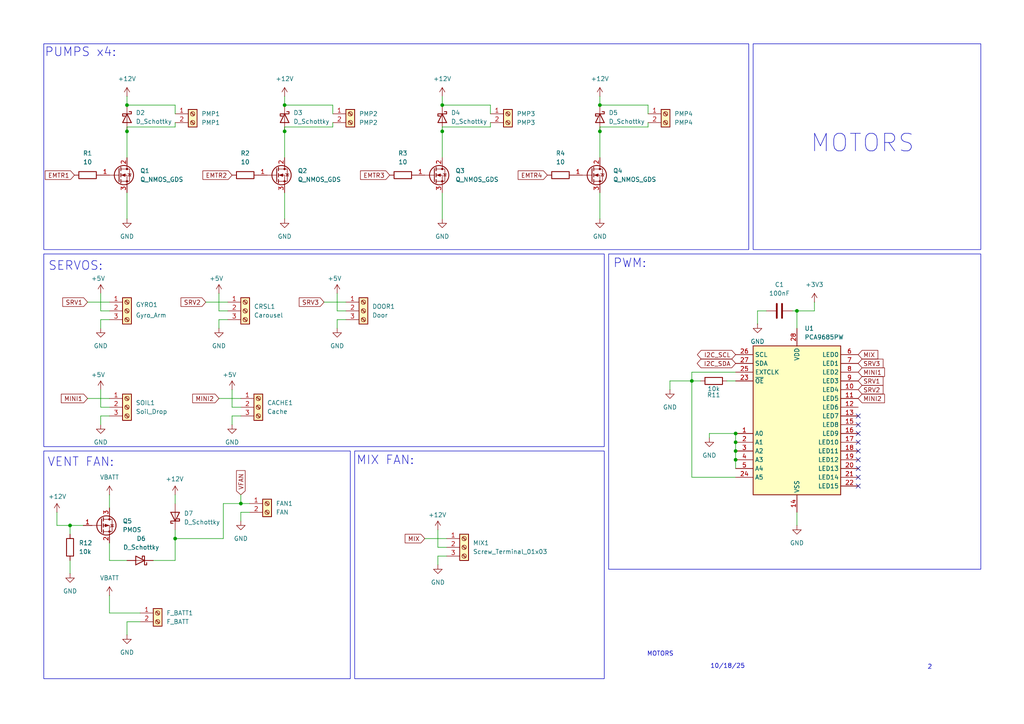
<source format=kicad_sch>
(kicad_sch (version 20231120) (generator "eeschema") (generator_version "8.0")
  (paper "A4")
  (lib_symbols
    (symbol "Connector:Screw_Terminal_01x02" (pin_names (offset 1.016) hide)
      (property "Reference" "J" (at 0 2.54 0))
      (property "Value" "Screw_Terminal_01x02" (at 0 -5.08 0))
      (symbol "Screw_Terminal_01x02_1_1"
        (rectangle (start -1.27 1.27) (end 1.27 -3.81) (stroke (width 0.254)) (fill (type background)))
        (circle (center 0 -2.54) (radius 0.635) (stroke (width 0.1524)))
        (polyline (pts (xy -0.5334 -2.2098) (xy 0.3302 -3.048)) (stroke (width 0.1524)))
        (polyline (pts (xy -0.5334 0.3302) (xy 0.3302 -0.508)) (stroke (width 0.1524)))
        (polyline (pts (xy -0.3556 -2.032) (xy 0.508 -2.8702)) (stroke (width 0.1524)))
        (polyline (pts (xy -0.3556 0.508) (xy 0.508 -0.3302)) (stroke (width 0.1524)))
        (circle (center 0 0) (radius 0.635) (stroke (width 0.1524)))
        (pin passive line (at -5.08 0 0) (length 3.81) (name "Pin_1") (number "1"))
        (pin passive line (at -5.08 -2.54 0) (length 3.81) (name "Pin_2") (number "2"))
      )
    )
    (symbol "Connector:Screw_Terminal_01x03" (pin_names (offset 1.016) hide)
      (property "Reference" "J" (at 0 5.08 0))
      (property "Value" "Screw_Terminal_01x03" (at 0 -5.08 0))
      (symbol "Screw_Terminal_01x03_1_1"
        (rectangle (start -1.27 3.81) (end 1.27 -3.81) (stroke (width 0.254)) (fill (type background)))
        (circle (center 0 -2.54) (radius 0.635) (stroke (width 0.1524)))
        (polyline (pts (xy -0.5334 -2.2098) (xy 0.3302 -3.048)) (stroke (width 0.1524)))
        (polyline (pts (xy -0.5334 0.3302) (xy 0.3302 -0.508)) (stroke (width 0.1524)))
        (polyline (pts (xy -0.5334 2.8702) (xy 0.3302 2.032)) (stroke (width 0.1524)))
        (polyline (pts (xy -0.3556 -2.032) (xy 0.508 -2.8702)) (stroke (width 0.1524)))
        (polyline (pts (xy -0.3556 0.508) (xy 0.508 -0.3302)) (stroke (width 0.1524)))
        (polyline (pts (xy -0.3556 3.048) (xy 0.508 2.2098)) (stroke (width 0.1524)))
        (circle (center 0 0) (radius 0.635) (stroke (width 0.1524)))
        (circle (center 0 2.54) (radius 0.635) (stroke (width 0.1524)))
        (pin passive line (at -5.08 2.54 0) (length 3.81) (name "Pin_1") (number "1"))
        (pin passive line (at -5.08 0 0) (length 3.81) (name "Pin_2") (number "2"))
        (pin passive line (at -5.08 -2.54 0) (length 3.81) (name "Pin_3") (number "3"))
      )
    )
    (symbol "Device:C" (pin_numbers hide) (pin_names (offset 0.254))
      (property "Reference" "C" (at 0.635 2.54 0))
      (property "Value" "C" (at 0.635 -2.54 0))
      (symbol "C_0_1"
        (polyline (pts (xy -2.032 -0.762) (xy 2.032 -0.762)) (stroke (width 0.508)))
        (polyline (pts (xy -2.032 0.762) (xy 2.032 0.762)) (stroke (width 0.508)))
      )
      (symbol "C_1_1"
        (pin passive line (at 0 3.81 270) (length 2.794) (name "~") (number "1"))
        (pin passive line (at 0 -3.81 90) (length 2.794) (name "~") (number "2"))
      )
    )
    (symbol "Device:D_Schottky" (pin_numbers hide) (pin_names (offset 1.016) hide)
      (property "Reference" "D" (at 0 2.54 0))
      (property "Value" "D_Schottky" (at 0 -2.54 0))
      (symbol "D_Schottky_0_1"
        (polyline (pts (xy 1.27 0) (xy -1.27 0)))
        (polyline (pts (xy 1.27 1.27) (xy 1.27 -1.27) (xy -1.27 0) (xy 1.27 1.27)) (stroke (width 0.254)))
        (polyline (pts (xy -1.905 0.635) (xy -1.905 1.27) (xy -1.27 1.27) (xy -1.27 -1.27) (xy -0.635 -1.27) (xy -0.635 -0.635)) (stroke (width 0.254)))
      )
      (symbol "D_Schottky_1_1"
        (pin passive line (at -3.81 0 0) (length 2.54) (name "K") (number "1"))
        (pin passive line (at 3.81 0 180) (length 2.54) (name "A") (number "2"))
      )
    )
    (symbol "Device:Q_NMOS_GDS" (pin_names (offset 0) hide)
      (property "Reference" "Q" (at 5.08 1.27 0))
      (property "Value" "Q_NMOS_GDS" (at 5.08 -1.27 0))
      (symbol "Q_NMOS_GDS_0_1"
        (polyline (pts (xy 0.254 0) (xy -2.54 0)))
        (polyline (pts (xy 0.254 1.905) (xy 0.254 -1.905)) (stroke (width 0.254)))
        (polyline (pts (xy 0.762 -1.27) (xy 0.762 -2.286)) (stroke (width 0.254)))
        (polyline (pts (xy 0.762 0.508) (xy 0.762 -0.508)) (stroke (width 0.254)))
        (polyline (pts (xy 0.762 2.286) (xy 0.762 1.27)) (stroke (width 0.254)))
        (polyline (pts (xy 2.54 2.54) (xy 2.54 1.778)))
        (polyline (pts (xy 2.54 -2.54) (xy 2.54 0) (xy 0.762 0)))
        (polyline (pts (xy 0.762 -1.778) (xy 3.302 -1.778) (xy 3.302 1.778) (xy 0.762 1.778)))
        (polyline (pts (xy 1.016 0) (xy 2.032 0.381) (xy 2.032 -0.381) (xy 1.016 0)) (fill (type outline)))
        (polyline (pts (xy 2.794 0.508) (xy 2.921 0.381) (xy 3.683 0.381) (xy 3.81 0.254)))
        (polyline (pts (xy 3.302 0.381) (xy 2.921 -0.254) (xy 3.683 -0.254) (xy 3.302 0.381)))
        (circle (center 1.651 0) (radius 2.794) (stroke (width 0.254)))
        (circle (center 2.54 -1.778) (radius 0.254) (fill (type outline)))
        (circle (center 2.54 1.778) (radius 0.254) (fill (type outline)))
      )
      (symbol "Q_NMOS_GDS_1_1"
        (pin input line (at -5.08 0 0) (length 2.54) (name "G") (number "1"))
        (pin passive line (at 2.54 5.08 270) (length 2.54) (name "D") (number "2"))
        (pin passive line (at 2.54 -5.08 90) (length 2.54) (name "S") (number "3"))
      )
    )
    (symbol "Device:Q_PMOS_GSD" (pin_names (offset 0) hide)
      (property "Reference" "Q" (at 5.08 1.27 0))
      (property "Value" "Q_PMOS_GSD" (at 5.08 -1.27 0))
      (symbol "Q_PMOS_GSD_0_1"
        (polyline (pts (xy 0.254 0) (xy -2.54 0)))
        (polyline (pts (xy 0.254 1.905) (xy 0.254 -1.905)) (stroke (width 0.254)))
        (polyline (pts (xy 0.762 -1.27) (xy 0.762 -2.286)) (stroke (width 0.254)))
        (polyline (pts (xy 0.762 0.508) (xy 0.762 -0.508)) (stroke (width 0.254)))
        (polyline (pts (xy 0.762 2.286) (xy 0.762 1.27)) (stroke (width 0.254)))
        (polyline (pts (xy 2.54 2.54) (xy 2.54 1.778)))
        (polyline (pts (xy 2.54 -2.54) (xy 2.54 0) (xy 0.762 0)))
        (polyline (pts (xy 0.762 1.778) (xy 3.302 1.778) (xy 3.302 -1.778) (xy 0.762 -1.778)))
        (polyline (pts (xy 2.286 0) (xy 1.27 0.381) (xy 1.27 -0.381) (xy 2.286 0)) (fill (type outline)))
        (polyline (pts (xy 2.794 -0.508) (xy 2.921 -0.381) (xy 3.683 -0.381) (xy 3.81 -0.254)))
        (polyline (pts (xy 3.302 -0.381) (xy 2.921 0.254) (xy 3.683 0.254) (xy 3.302 -0.381)))
        (circle (center 1.651 0) (radius 2.794) (stroke (width 0.254)))
        (circle (center 2.54 -1.778) (radius 0.254) (fill (type outline)))
        (circle (center 2.54 1.778) (radius 0.254) (fill (type outline)))
      )
      (symbol "Q_PMOS_GSD_1_1"
        (pin input line (at -5.08 0 0) (length 2.54) (name "G") (number "1"))
        (pin passive line (at 2.54 -5.08 90) (length 2.54) (name "S") (number "2"))
        (pin passive line (at 2.54 5.08 270) (length 2.54) (name "D") (number "3"))
      )
    )
    (symbol "Device:R" (pin_numbers hide) (pin_names (offset 0))
      (property "Reference" "R" (at 2.032 0 90))
      (property "Value" "R" (at 0 0 90))
      (symbol "R_0_1"
        (rectangle (start -1.016 -2.54) (end 1.016 2.54) (stroke (width 0.254)))
      )
      (symbol "R_1_1"
        (pin passive line (at 0 3.81 270) (length 1.27) (name "~") (number "1"))
        (pin passive line (at 0 -3.81 90) (length 1.27) (name "~") (number "2"))
      )
    )
    (symbol "Driver_LED:PCA9685PW"
      (property "Reference" "U" (at -12.7 22.225 0))
      (property "Value" "PCA9685PW" (at 1.27 22.225 0))
      (symbol "PCA9685PW_0_1"
        (rectangle (start -12.7 20.32) (end 12.7 -22.86) (stroke (width 0.254)) (fill (type background)))
      )
      (symbol "PCA9685PW_1_1"
        (pin input line (at -17.78 -5.08 0) (length 5.08) (name "A0") (number "1"))
        (pin output line (at 17.78 7.62 180) (length 5.08) (name "LED4") (number "10"))
        (pin output line (at 17.78 5.08 180) (length 5.08) (name "LED5") (number "11"))
        (pin output line (at 17.78 2.54 180) (length 5.08) (name "LED6") (number "12"))
        (pin output line (at 17.78 0 180) (length 5.08) (name "LED7") (number "13"))
        (pin power_in line (at 0 -27.94 90) (length 5.08) (name "VSS") (number "14"))
        (pin output line (at 17.78 -2.54 180) (length 5.08) (name "LED8") (number "15"))
        (pin output line (at 17.78 -5.08 180) (length 5.08) (name "LED9") (number "16"))
        (pin output line (at 17.78 -7.62 180) (length 5.08) (name "LED10") (number "17"))
        (pin output line (at 17.78 -10.16 180) (length 5.08) (name "LED11") (number "18"))
        (pin output line (at 17.78 -12.7 180) (length 5.08) (name "LED12") (number "19"))
        (pin input line (at -17.78 -7.62 0) (length 5.08) (name "A1") (number "2"))
        (pin output line (at 17.78 -15.24 180) (length 5.08) (name "LED13") (number "20"))
        (pin output line (at 17.78 -17.78 180) (length 5.08) (name "LED14") (number "21"))
        (pin output line (at 17.78 -20.32 180) (length 5.08) (name "LED15") (number "22"))
        (pin input line (at -17.78 10.16 0) (length 5.08) (name "~{OE}") (number "23"))
        (pin input line (at -17.78 -17.78 0) (length 5.08) (name "A5") (number "24"))
        (pin input line (at -17.78 12.7 0) (length 5.08) (name "EXTCLK") (number "25"))
        (pin input line (at -17.78 17.78 0) (length 5.08) (name "SCL") (number "26"))
        (pin bidirectional line (at -17.78 15.24 0) (length 5.08) (name "SDA") (number "27"))
        (pin power_in line (at 0 25.4 270) (length 5.08) (name "VDD") (number "28"))
        (pin input line (at -17.78 -10.16 0) (length 5.08) (name "A2") (number "3"))
        (pin input line (at -17.78 -12.7 0) (length 5.08) (name "A3") (number "4"))
        (pin input line (at -17.78 -15.24 0) (length 5.08) (name "A4") (number "5"))
        (pin output line (at 17.78 17.78 180) (length 5.08) (name "LED0") (number "6"))
        (pin output line (at 17.78 15.24 180) (length 5.08) (name "LED1") (number "7"))
        (pin output line (at 17.78 12.7 180) (length 5.08) (name "LED2") (number "8"))
        (pin output line (at 17.78 10.16 180) (length 5.08) (name "LED3") (number "9"))
      )
    )
    (symbol "power:+24V" (power) (pin_numbers hide) (pin_names (offset 0) hide)
      (property "Value" "+24V" (at 0 3.556 0))
      (symbol "+24V_0_1"
        (polyline (pts (xy -0.762 1.27) (xy 0 2.54)))
        (polyline (pts (xy 0 0) (xy 0 2.54)))
        (polyline (pts (xy 0 2.54) (xy 0.762 1.27)))
      )
      (symbol "+24V_1_1"
        (pin power_in line (at 0 0 90) (length 0) (name "~") (number "1"))
      )
    )
    (symbol "power:+3.3V" (power) (pin_numbers hide) (pin_names (offset 0) hide)
      (property "Value" "+3.3V" (at 0 3.556 0))
      (symbol "+3.3V_0_1"
        (polyline (pts (xy -0.762 1.27) (xy 0 2.54)))
        (polyline (pts (xy 0 0) (xy 0 2.54)))
        (polyline (pts (xy 0 2.54) (xy 0.762 1.27)))
      )
      (symbol "+3.3V_1_1"
        (pin power_in line (at 0 0 90) (length 0) (name "~") (number "1"))
      )
    )
    (symbol "power:GND" (power) (pin_numbers hide) (pin_names (offset 0) hide)
      (property "Value" "GND" (at 0 -3.81 0))
      (symbol "GND_0_1"
        (polyline (pts (xy 0 0) (xy 0 -1.27) (xy 1.27 -1.27) (xy 0 -2.54) (xy -1.27 -1.27) (xy 0 -1.27)))
      )
      (symbol "GND_1_1"
        (pin power_in line (at 0 0 270) (length 0) (name "~") (number "1"))
      )
    )
    (symbol "power:VCC" (power) (pin_numbers hide) (pin_names (offset 0) hide)
      (property "Value" "VCC" (at 0 3.556 0))
      (symbol "VCC_0_1"
        (polyline (pts (xy -0.762 1.27) (xy 0 2.54)))
        (polyline (pts (xy 0 0) (xy 0 2.54)))
        (polyline (pts (xy 0 2.54) (xy 0.762 1.27)))
      )
      (symbol "VCC_1_1"
        (pin power_in line (at 0 0 90) (length 0) (name "~") (number "1"))
      )
    )
  )
  (junction (at 128.27 30.48))
  (junction (at 231.14 90.17))
  (junction (at 213.36 128.27))
  (junction (at 213.36 133.35))
  (junction (at 213.36 130.81))
  (junction (at 20.32 152.4))
  (junction (at 213.36 125.73))
  (junction (at 36.83 38.1))
  (junction (at 200.66 110.49))
  (junction (at 82.55 30.48))
  (junction (at 173.99 38.1))
  (junction (at 36.83 30.48))
  (junction (at 173.99 30.48))
  (junction (at 50.8 156.21))
  (junction (at 82.55 38.1))
  (junction (at 69.85 146.05))
  (junction (at 128.27 38.1))
  (no_connect (at 248.92 140.97))
  (no_connect (at 248.92 133.35))
  (no_connect (at 248.92 128.27))
  (no_connect (at 248.92 125.73))
  (no_connect (at 248.92 120.65))
  (no_connect (at 248.92 123.19))
  (no_connect (at 248.92 135.89))
  (no_connect (at 248.92 130.81))
  (no_connect (at 248.92 138.43))
  (wire (pts (xy 173.99 27.94) (xy 173.99 30.48)))
  (wire (pts (xy 20.32 162.56) (xy 20.32 166.37)))
  (wire (pts (xy 100.33 92.71) (xy 97.79 92.71)))
  (wire (pts (xy 213.36 135.89) (xy 213.36 133.35)))
  (wire (pts (xy 173.99 36.83) (xy 187.96 36.83)))
  (wire (pts (xy 213.36 125.73) (xy 205.74 125.73)))
  (wire (pts (xy 173.99 55.88) (xy 173.99 63.5)))
  (wire (pts (xy 82.55 55.88) (xy 82.55 63.5)))
  (wire (pts (xy 128.27 36.83) (xy 128.27 38.1)))
  (wire (pts (xy 29.21 113.03) (xy 29.21 118.11)))
  (wire (pts (xy 82.55 36.83) (xy 82.55 38.1)))
  (wire (pts (xy 50.8 30.48) (xy 50.8 33.02)))
  (wire (pts (xy 127 153.67) (xy 127 158.75)))
  (wire (pts (xy 36.83 55.88) (xy 36.83 63.5)))
  (wire (pts (xy 20.32 152.4) (xy 20.32 154.94)))
  (wire (pts (xy 63.5 115.57) (xy 69.85 115.57)))
  (wire (pts (xy 31.75 162.56) (xy 36.83 162.56)))
  (wire (pts (xy 29.21 92.71) (xy 29.21 95.25)))
  (wire (pts (xy 127 158.75) (xy 129.54 158.75)))
  (wire (pts (xy 222.25 90.17) (xy 219.71 90.17)))
  (wire (pts (xy 200.66 110.49) (xy 194.31 110.49)))
  (wire (pts (xy 200.66 138.43) (xy 200.66 110.49)))
  (wire (pts (xy 36.83 27.94) (xy 36.83 30.48)))
  (wire (pts (xy 67.31 118.11) (xy 69.85 118.11)))
  (wire (pts (xy 67.31 120.65) (xy 67.31 123.19)))
  (wire (pts (xy 36.83 180.34) (xy 36.83 184.15)))
  (wire (pts (xy 200.66 107.95) (xy 213.36 107.95)))
  (wire (pts (xy 29.21 90.17) (xy 31.75 90.17)))
  (wire (pts (xy 213.36 130.81) (xy 213.36 128.27)))
  (wire (pts (xy 194.31 110.49) (xy 194.31 113.03)))
  (wire (pts (xy 36.83 36.83) (xy 50.8 36.83)))
  (wire (pts (xy 50.8 36.83) (xy 50.8 35.56)))
  (wire (pts (xy 31.75 120.65) (xy 29.21 120.65)))
  (wire (pts (xy 96.52 30.48) (xy 96.52 33.02)))
  (wire (pts (xy 96.52 36.83) (xy 96.52 35.56)))
  (wire (pts (xy 69.85 148.59) (xy 69.85 151.13)))
  (wire (pts (xy 31.75 92.71) (xy 29.21 92.71)))
  (wire (pts (xy 25.4 115.57) (xy 31.75 115.57)))
  (wire (pts (xy 50.8 156.21) (xy 50.8 153.67)))
  (wire (pts (xy 64.77 156.21) (xy 64.77 146.05)))
  (wire (pts (xy 236.22 90.17) (xy 231.14 90.17)))
  (wire (pts (xy 67.31 113.03) (xy 67.31 118.11)))
  (wire (pts (xy 213.36 138.43) (xy 200.66 138.43)))
  (wire (pts (xy 231.14 90.17) (xy 231.14 95.25)))
  (wire (pts (xy 97.79 92.71) (xy 97.79 95.25)))
  (wire (pts (xy 219.71 90.17) (xy 219.71 93.98)))
  (wire (pts (xy 50.8 143.51) (xy 50.8 146.05)))
  (wire (pts (xy 200.66 110.49) (xy 203.2 110.49)))
  (wire (pts (xy 82.55 27.94) (xy 82.55 30.48)))
  (wire (pts (xy 25.4 87.63) (xy 31.75 87.63)))
  (wire (pts (xy 128.27 36.83) (xy 142.24 36.83)))
  (wire (pts (xy 31.75 177.8) (xy 31.75 172.72)))
  (wire (pts (xy 50.8 156.21) (xy 64.77 156.21)))
  (wire (pts (xy 29.21 120.65) (xy 29.21 123.19)))
  (wire (pts (xy 97.79 90.17) (xy 100.33 90.17)))
  (wire (pts (xy 142.24 36.83) (xy 142.24 35.56)))
  (wire (pts (xy 50.8 30.48) (xy 36.83 30.48)))
  (wire (pts (xy 213.36 128.27) (xy 213.36 125.73)))
  (wire (pts (xy 128.27 27.94) (xy 128.27 30.48)))
  (wire (pts (xy 69.85 120.65) (xy 67.31 120.65)))
  (wire (pts (xy 97.79 85.09) (xy 97.79 90.17)))
  (wire (pts (xy 59.69 87.63) (xy 66.04 87.63)))
  (wire (pts (xy 36.83 38.1) (xy 36.83 45.72)))
  (wire (pts (xy 231.14 152.4) (xy 231.14 148.59)))
  (wire (pts (xy 127 161.29) (xy 127 163.83)))
  (wire (pts (xy 31.75 157.48) (xy 31.75 162.56)))
  (wire (pts (xy 96.52 30.48) (xy 82.55 30.48)))
  (wire (pts (xy 187.96 36.83) (xy 187.96 35.56)))
  (wire (pts (xy 82.55 36.83) (xy 96.52 36.83)))
  (wire (pts (xy 29.21 85.09) (xy 29.21 90.17)))
  (wire (pts (xy 129.54 161.29) (xy 127 161.29)))
  (wire (pts (xy 231.14 90.17) (xy 229.87 90.17)))
  (wire (pts (xy 142.24 30.48) (xy 142.24 33.02)))
  (wire (pts (xy 93.98 87.63) (xy 100.33 87.63)))
  (wire (pts (xy 205.74 125.73) (xy 205.74 127)))
  (wire (pts (xy 123.19 156.21) (xy 129.54 156.21)))
  (wire (pts (xy 31.75 143.51) (xy 31.75 147.32)))
  (wire (pts (xy 236.22 87.63) (xy 236.22 90.17)))
  (wire (pts (xy 187.96 30.48) (xy 173.99 30.48)))
  (wire (pts (xy 64.77 146.05) (xy 69.85 146.05)))
  (wire (pts (xy 63.5 85.09) (xy 63.5 90.17)))
  (wire (pts (xy 16.51 152.4) (xy 16.51 148.59)))
  (wire (pts (xy 24.13 152.4) (xy 20.32 152.4)))
  (wire (pts (xy 200.66 110.49) (xy 200.66 107.95)))
  (wire (pts (xy 29.21 118.11) (xy 31.75 118.11)))
  (wire (pts (xy 210.82 110.49) (xy 213.36 110.49)))
  (wire (pts (xy 69.85 146.05) (xy 72.39 146.05)))
  (wire (pts (xy 44.45 162.56) (xy 50.8 162.56)))
  (wire (pts (xy 128.27 38.1) (xy 128.27 45.72)))
  (wire (pts (xy 173.99 36.83) (xy 173.99 38.1)))
  (wire (pts (xy 142.24 30.48) (xy 128.27 30.48)))
  (wire (pts (xy 36.83 180.34) (xy 40.64 180.34)))
  (wire (pts (xy 82.55 38.1) (xy 82.55 45.72)))
  (wire (pts (xy 63.5 92.71) (xy 63.5 95.25)))
  (wire (pts (xy 31.75 177.8) (xy 40.64 177.8)))
  (wire (pts (xy 69.85 143.51) (xy 69.85 146.05)))
  (wire (pts (xy 187.96 30.48) (xy 187.96 33.02)))
  (wire (pts (xy 20.32 152.4) (xy 16.51 152.4)))
  (wire (pts (xy 50.8 162.56) (xy 50.8 156.21)))
  (wire (pts (xy 213.36 133.35) (xy 213.36 130.81)))
  (wire (pts (xy 72.39 148.59) (xy 69.85 148.59)))
  (wire (pts (xy 66.04 92.71) (xy 63.5 92.71)))
  (wire (pts (xy 173.99 38.1) (xy 173.99 45.72)))
  (wire (pts (xy 63.5 90.17) (xy 66.04 90.17)))
  (wire (pts (xy 128.27 55.88) (xy 128.27 63.5)))
  (wire (pts (xy 36.83 36.83) (xy 36.83 38.1)))
  (rectangle (start 12.7 12.7) (end 217.17 72.39))
  (rectangle (start 218.44 12.7) (end 284.48 72.39))
  (rectangle (start 12.7 130.81) (end 101.6 196.85))
  (rectangle (start 12.7 73.66) (end 175.26 129.54))
  (rectangle (start 176.53 73.66) (end 284.48 165.1))
  (rectangle (start 102.87 130.81) (end 175.26 196.85))
  (text "MOTORS" (at 234.95 41.656 0) (effects (font (size 5.08 5.08)) (justify left)))
  (text "2\n" (at 268.986 193.548 0) (effects (font (size 1.27 1.27)) (justify left)))
  (text "MOTORS" (at 191.516 189.738 0) (effects (font (size 1.27 1.27))))
  (text "SERVOS:" (at 13.97 77.216 0) (effects (font (size 2.54 2.54)) (justify left)))
  (text "PWM:" (at 177.8 76.454 0) (effects (font (size 2.54 2.54)) (justify left)))
  (text "VENT FAN:" (at 13.716 134.112 0) (effects (font (size 2.54 2.54)) (justify left)))
  (text "PUMPS x4:\n\n" (at 23.368 17.272 0) (effects (font (size 2.54 2.54))))
  (text "10/18/25\n" (at 205.994 193.294 0) (effects (font (size 1.27 1.27)) (justify left)))
  (text "MIX FAN:\n\n" (at 111.76 135.636 0) (effects (font (size 2.54 2.54))))
  (global_label "I2C_SDA" (shape bidirectional) (at 213.36 105.41 180) (property "Intersheetrefs" "${INTERSHEET_REFS}" (effects (hide yes))))
  (global_label "MIX" (shape input) (at 123.19 156.21 180) (property "Intersheetrefs" "${INTERSHEET_REFS}" (effects (hide yes))))
  (global_label "EMTR1" (shape input) (at 21.59 50.8 180) (property "Intersheetrefs" "${INTERSHEET_REFS}" (effects (hide yes))))
  (global_label "SRV3" (shape input) (at 248.92 105.41 0) (property "Intersheetrefs" "${INTERSHEET_REFS}" (effects (hide yes))))
  (global_label "SRV3" (shape input) (at 93.98 87.63 180) (property "Intersheetrefs" "${INTERSHEET_REFS}" (effects (hide yes))))
  (global_label "MIX" (shape input) (at 248.92 102.87 0) (property "Intersheetrefs" "${INTERSHEET_REFS}" (effects (hide yes))))
  (global_label "EMTR2" (shape input) (at 67.31 50.8 180) (property "Intersheetrefs" "${INTERSHEET_REFS}" (effects (hide yes))))
  (global_label "MINI2" (shape input) (at 248.92 115.57 0) (property "Intersheetrefs" "${INTERSHEET_REFS}" (effects (hide yes))))
  (global_label "EMTR3" (shape input) (at 113.03 50.8 180) (property "Intersheetrefs" "${INTERSHEET_REFS}" (effects (hide yes))))
  (global_label "SRV2" (shape input) (at 248.92 113.03 0) (property "Intersheetrefs" "${INTERSHEET_REFS}" (effects (hide yes))))
  (global_label "I2C_SCL" (shape bidirectional) (at 213.36 102.87 180) (property "Intersheetrefs" "${INTERSHEET_REFS}" (effects (hide yes))))
  (global_label "MINI1" (shape input) (at 248.92 107.95 0) (property "Intersheetrefs" "${INTERSHEET_REFS}" (effects (hide yes))))
  (global_label "SRV1" (shape input) (at 25.4 87.63 180) (property "Intersheetrefs" "${INTERSHEET_REFS}" (effects (hide yes))))
  (global_label "MINI1" (shape input) (at 25.4 115.57 180) (property "Intersheetrefs" "${INTERSHEET_REFS}" (effects (hide yes))))
  (global_label "EMTR4" (shape input) (at 158.75 50.8 180) (property "Intersheetrefs" "${INTERSHEET_REFS}" (effects (hide yes))))
  (global_label "VFAN" (shape input) (at 69.85 143.51 90) (property "Intersheetrefs" "${INTERSHEET_REFS}" (effects (hide yes))))
  (global_label "SRV1" (shape input) (at 248.92 110.49 0) (property "Intersheetrefs" "${INTERSHEET_REFS}" (effects (hide yes))))
  (global_label "MINI2" (shape input) (at 63.5 115.57 180) (property "Intersheetrefs" "${INTERSHEET_REFS}" (effects (hide yes))))
  (global_label "SRV2" (shape input) (at 59.69 87.63 180) (property "Intersheetrefs" "${INTERSHEET_REFS}" (effects (hide yes))))
  (symbol (lib_id "Connector:Screw_Terminal_01x03") (at 134.62 158.75 0) (unit 1)
    (property "Reference" "MIX1" (at 137.16 157.4799 0) (effects (justify left)))
    (property "Value" "Screw_Terminal_01x03" (at 137.16 160.0199 0) (effects (justify left)))
    (property "Footprint" "TerminalBlock:TerminalBlock_Xinya_XY308-2.54-3P_1x03_P2.54mm_Horizontal" (effects (hide yes)))
    (property "Description" "Generic screw terminal, single row, 01x03, script generated (kicad-library-utils/schlib/autogen/connector/)" (effects (hide yes)))
  )
  (symbol (lib_id "power:GND") (at 63.5 95.25 0) (unit 1)
    (property "Reference" "#PWR030" (effects (hide yes)))
    (property "Value" "GND" (at 63.5 100.33 0))
    (property "Description" "Power symbol creates a global label with name \"GND\" , ground" (effects (hide yes)))
  )
  (symbol (lib_id "Device:R") (at 162.56 50.8 90) (unit 1)
    (property "Reference" "R4" (at 162.56 44.45 90))
    (property "Value" "10" (at 162.56 46.99 90))
    (property "Footprint" "Resistor_SMD:R_0603_1608Metric" (effects (hide yes)))
    (property "Description" "Resistor" (effects (hide yes)))
  )
  (symbol (lib_id "power:+3.3V") (at 82.55 27.94 0) (unit 1)
    (property "Reference" "#PWR015" (effects (hide yes)))
    (property "Value" "+12V" (at 82.55 22.86 0))
    (property "Description" "Power symbol creates a global label with name \"+3.3V\"" (effects (hide yes)))
  )
  (symbol (lib_id "Connector:Screw_Terminal_01x02") (at 45.72 177.8 0) (unit 1)
    (property "Reference" "F_BATT1" (at 48.26 177.7999 0) (effects (justify left)))
    (property "Value" "F_BATT" (at 48.26 180.3399 0) (effects (justify left)))
    (property "Footprint" "SJSU_common:Pluggable_Terminal_2.54mm_2P_Horizontal" (effects (hide yes)))
    (property "Description" "Generic screw terminal, single row, 01x02, script generated (kicad-library-utils/schlib/autogen/connector/)" (effects (hide yes)))
  )
  (symbol (lib_id "Device:D_Schottky") (at 40.64 162.56 180) (unit 1)
    (property "Reference" "D6" (at 40.9575 156.21 0))
    (property "Value" "D_Schottky" (at 40.9575 158.75 0))
    (property "Footprint" "Diode_SMD:D_SMA" (effects (hide yes)))
    (property "Description" "Schottky diode" (effects (hide yes)))
  )
  (symbol (lib_id "Device:D_Schottky") (at 173.99 34.29 270) (unit 1)
    (property "Reference" "D5" (at 176.53 32.7024 90) (effects (justify left)))
    (property "Value" "D_Schottky" (at 176.53 35.2424 90) (effects (justify left)))
    (property "Footprint" "Diode_SMD:D_SMA" (effects (hide yes)))
    (property "Description" "Schottky diode" (effects (hide yes)))
  )
  (symbol (lib_id "Device:R") (at 71.12 50.8 90) (unit 1)
    (property "Reference" "R2" (at 71.12 44.45 90))
    (property "Value" "10" (at 71.12 46.99 90))
    (property "Footprint" "Resistor_SMD:R_0603_1608Metric" (effects (hide yes)))
    (property "Description" "Resistor" (effects (hide yes)))
  )
  (symbol (lib_id "Connector:Screw_Terminal_01x03") (at 105.41 90.17 0) (unit 1)
    (property "Reference" "DOOR1" (at 107.95 88.8999 0) (effects (justify left)))
    (property "Value" "Door" (at 107.95 91.4399 0) (effects (justify left)))
    (property "Footprint" "TerminalBlock:TerminalBlock_Xinya_XY308-2.54-3P_1x03_P2.54mm_Horizontal" (effects (hide yes)))
    (property "Description" "Generic screw terminal, single row, 01x03, script generated (kicad-library-utils/schlib/autogen/connector/)" (effects (hide yes)))
  )
  (symbol (lib_id "power:VCC") (at 31.75 143.51 0) (unit 1)
    (property "Reference" "#PWR048" (effects (hide yes)))
    (property "Value" "VBATT" (at 31.75 138.43 0))
    (property "Description" "Power symbol creates a global label with name \"VCC\"" (effects (hide yes)))
  )
  (symbol (lib_id "Device:Q_NMOS_GDS") (at 125.73 50.8 0) (unit 1)
    (property "Reference" "Q3" (at 132.08 49.5299 0) (effects (justify left)))
    (property "Value" "Q_NMOS_GDS" (at 132.08 52.0699 0) (effects (justify left)))
    (property "Footprint" "Package_TO_SOT_SMD:TO-252-2" (effects (hide yes)))
    (property "Description" "N-MOSFET transistor, gate/drain/source" (effects (hide yes)))
  )
  (symbol (lib_id "Device:D_Schottky") (at 50.8 149.86 90) (unit 1)
    (property "Reference" "D7" (at 53.34 148.9074 90) (effects (justify right)))
    (property "Value" "D_Schottky" (at 53.34 151.4474 90) (effects (justify right)))
    (property "Footprint" "Diode_SMD:D_SMA" (effects (hide yes)))
    (property "Description" "Schottky diode" (effects (hide yes)))
  )
  (symbol (lib_id "Device:Q_PMOS_GSD") (at 29.21 152.4 0) (unit 1)
    (property "Reference" "Q5" (at 35.56 151.1299 0) (effects (justify left)))
    (property "Value" "PMOS" (at 35.56 153.6699 0) (effects (justify left)))
    (property "Footprint" "Package_TO_SOT_SMD:SOT-23" (effects (hide yes)))
    (property "Description" "P-MOSFET transistor, gate/source/drain" (effects (hide yes)))
    (property "Sim.Device" "PMOS" (effects (hide yes)))
    (property "Sim.Type" "VDMOS" (effects (hide yes)))
    (property "Sim.Pins" "1=D 2=G 3=S" (effects (hide yes)))
  )
  (symbol (lib_id "power:+3.3V") (at 128.27 27.94 0) (unit 1)
    (property "Reference" "#PWR017" (effects (hide yes)))
    (property "Value" "+12V" (at 128.27 22.86 0))
    (property "Description" "Power symbol creates a global label with name \"+3.3V\"" (effects (hide yes)))
  )
  (symbol (lib_id "power:+24V") (at 67.31 113.03 0) (unit 1)
    (property "Reference" "#PWR035" (effects (hide yes)))
    (property "Value" "+5V" (at 64.516 108.712 0) (effects (justify left)))
    (property "Description" "Power symbol creates a global label with name \"+24V\"" (effects (hide yes)))
  )
  (symbol (lib_id "Device:Q_NMOS_GDS") (at 171.45 50.8 0) (unit 1)
    (property "Reference" "Q4" (at 177.8 49.5299 0) (effects (justify left)))
    (property "Value" "Q_NMOS_GDS" (at 177.8 52.0699 0) (effects (justify left)))
    (property "Footprint" "Package_TO_SOT_SMD:TO-252-2" (effects (hide yes)))
    (property "Description" "N-MOSFET transistor, gate/drain/source" (effects (hide yes)))
  )
  (symbol (lib_id "power:GND") (at 173.99 63.5 0) (unit 1)
    (property "Reference" "#PWR020" (effects (hide yes)))
    (property "Value" "GND" (at 173.99 68.58 0))
    (property "Description" "Power symbol creates a global label with name \"GND\" , ground" (effects (hide yes)))
  )
  (symbol (lib_id "Device:D_Schottky") (at 128.27 34.29 270) (unit 1)
    (property "Reference" "D4" (at 130.81 32.7024 90) (effects (justify left)))
    (property "Value" "D_Schottky" (at 130.81 35.2424 90) (effects (justify left)))
    (property "Footprint" "Diode_SMD:D_SMA" (effects (hide yes)))
    (property "Description" "Schottky diode" (effects (hide yes)))
  )
  (symbol (lib_id "Connector:Screw_Terminal_01x03") (at 36.83 118.11 0) (unit 1)
    (property "Reference" "SOIL1" (at 39.37 116.8399 0) (effects (justify left)))
    (property "Value" "Soil_Drop" (at 39.37 119.3799 0) (effects (justify left)))
    (property "Footprint" "TerminalBlock:TerminalBlock_Xinya_XY308-2.54-3P_1x03_P2.54mm_Horizontal" (effects (hide yes)))
    (property "Description" "Generic screw terminal, single row, 01x03, script generated (kicad-library-utils/schlib/autogen/connector/)" (effects (hide yes)))
  )
  (symbol (lib_id "power:GND") (at 231.14 152.4 0) (unit 1)
    (property "Reference" "#PWR053" (effects (hide yes)))
    (property "Value" "GND" (at 231.14 157.48 0))
    (property "Description" "Power symbol creates a global label with name \"GND\" , ground" (effects (hide yes)))
  )
  (symbol (lib_id "power:GND") (at 219.71 93.98 0) (unit 1)
    (property "Reference" "#PWR050" (effects (hide yes)))
    (property "Value" "GND" (at 219.71 99.06 0))
    (property "Description" "Power symbol creates a global label with name \"GND\" , ground" (effects (hide yes)))
  )
  (symbol (lib_id "power:+24V") (at 50.8 143.51 0) (unit 1)
    (property "Reference" "#PWR057" (effects (hide yes)))
    (property "Value" "+12V" (at 48.006 138.938 0) (effects (justify left)))
    (property "Description" "Power symbol creates a global label with name \"+24V\"" (effects (hide yes)))
  )
  (symbol (lib_id "Device:D_Schottky") (at 82.55 34.29 270) (unit 1)
    (property "Reference" "D3" (at 85.09 32.7024 90) (effects (justify left)))
    (property "Value" "D_Schottky" (at 85.09 35.2424 90) (effects (justify left)))
    (property "Footprint" "Diode_SMD:D_SMA" (effects (hide yes)))
    (property "Description" "Schottky diode" (effects (hide yes)))
  )
  (symbol (lib_id "power:+24V") (at 127 153.67 0) (unit 1)
    (property "Reference" "#PWR024" (effects (hide yes)))
    (property "Value" "+12V" (at 124.206 149.352 0) (effects (justify left)))
    (property "Description" "Power symbol creates a global label with name \"+24V\"" (effects (hide yes)))
  )
  (symbol (lib_id "power:+24V") (at 97.79 85.09 0) (unit 1)
    (property "Reference" "#PWR045" (effects (hide yes)))
    (property "Value" "+5V" (at 94.996 80.772 0) (effects (justify left)))
    (property "Description" "Power symbol creates a global label with name \"+24V\"" (effects (hide yes)))
  )
  (symbol (lib_id "Device:R") (at 207.01 110.49 90) (unit 1)
    (property "Reference" "R11" (at 207.01 114.554 90))
    (property "Value" "10k" (at 207.01 112.776 90))
    (property "Footprint" "Resistor_SMD:R_0603_1608Metric" (effects (hide yes)))
    (property "Description" "Resistor" (effects (hide yes)))
  )
  (symbol (lib_id "power:GND") (at 29.21 95.25 0) (unit 1)
    (property "Reference" "#PWR026" (effects (hide yes)))
    (property "Value" "GND" (at 29.21 100.33 0))
    (property "Description" "Power symbol creates a global label with name \"GND\" , ground" (effects (hide yes)))
  )
  (symbol (lib_id "power:GND") (at 205.74 127 0) (unit 1)
    (property "Reference" "#PWR049" (effects (hide yes)))
    (property "Value" "GND" (at 205.74 132.08 0))
    (property "Description" "Power symbol creates a global label with name \"GND\" , ground" (effects (hide yes)))
  )
  (symbol (lib_id "power:GND") (at 36.83 63.5 0) (unit 1)
    (property "Reference" "#PWR09" (effects (hide yes)))
    (property "Value" "GND" (at 36.83 68.58 0))
    (property "Description" "Power symbol creates a global label with name \"GND\" , ground" (effects (hide yes)))
  )
  (symbol (lib_id "power:GND") (at 194.31 113.03 0) (unit 1)
    (property "Reference" "#PWR047" (effects (hide yes)))
    (property "Value" "GND" (at 194.31 118.11 0))
    (property "Description" "Power symbol creates a global label with name \"GND\" , ground" (effects (hide yes)))
  )
  (symbol (lib_id "Device:Q_NMOS_GDS") (at 34.29 50.8 0) (unit 1)
    (property "Reference" "Q1" (at 40.64 49.5299 0) (effects (justify left)))
    (property "Value" "Q_NMOS_GDS" (at 40.64 52.0699 0) (effects (justify left)))
    (property "Footprint" "Package_TO_SOT_SMD:TO-252-2" (effects (hide yes)))
    (property "Description" "N-MOSFET transistor, gate/drain/source" (effects (hide yes)))
  )
  (symbol (lib_id "Connector:Screw_Terminal_01x03") (at 74.93 118.11 0) (unit 1)
    (property "Reference" "CACHE1" (at 77.47 116.8399 0) (effects (justify left)))
    (property "Value" "Cache" (at 77.47 119.3799 0) (effects (justify left)))
    (property "Footprint" "TerminalBlock:TerminalBlock_Xinya_XY308-2.54-3P_1x03_P2.54mm_Horizontal" (effects (hide yes)))
    (property "Description" "Generic screw terminal, single row, 01x03, script generated (kicad-library-utils/schlib/autogen/connector/)" (effects (hide yes)))
  )
  (symbol (lib_id "Device:R") (at 116.84 50.8 90) (unit 1)
    (property "Reference" "R3" (at 116.84 44.45 90))
    (property "Value" "10" (at 116.84 46.99 90))
    (property "Footprint" "Resistor_SMD:R_0603_1608Metric" (effects (hide yes)))
    (property "Description" "Resistor" (effects (hide yes)))
  )
  (symbol (lib_id "Device:Q_NMOS_GDS") (at 80.01 50.8 0) (unit 1)
    (property "Reference" "Q2" (at 86.36 49.5299 0) (effects (justify left)))
    (property "Value" "Q_NMOS_GDS" (at 86.36 52.0699 0) (effects (justify left)))
    (property "Footprint" "Package_TO_SOT_SMD:TO-252-2" (effects (hide yes)))
    (property "Description" "N-MOSFET transistor, gate/drain/source" (effects (hide yes)))
  )
  (symbol (lib_id "power:GND") (at 69.85 151.13 0) (unit 1)
    (property "Reference" "#PWR058" (effects (hide yes)))
    (property "Value" "GND" (at 69.85 156.21 0))
    (property "Description" "Power symbol creates a global label with name \"GND\" , ground" (effects (hide yes)))
  )
  (symbol (lib_id "Connector:Screw_Terminal_01x02") (at 77.47 146.05 0) (unit 1)
    (property "Reference" "FAN1" (at 80.01 146.0499 0) (effects (justify left)))
    (property "Value" "FAN" (at 80.01 148.5899 0) (effects (justify left)))
    (property "Footprint" "SJSU_common:Pluggable_Terminal_2.54mm_2P_Horizontal" (effects (hide yes)))
    (property "Description" "Generic screw terminal, single row, 01x02, script generated (kicad-library-utils/schlib/autogen/connector/)" (effects (hide yes)))
  )
  (symbol (lib_id "Driver_LED:PCA9685PW") (at 231.14 120.65 0) (unit 1)
    (property "Reference" "U1" (at 233.3341 95.25 0) (effects (justify left)))
    (property "Value" "PCA9685PW" (at 233.3341 97.79 0) (effects (justify left)))
    (property "Footprint" "Package_SO:TSSOP-28_4.4x9.7mm_P0.65mm" (effects (hide yes)))
    (property "Datasheet" "http://www.nxp.com/docs/en/data-sheet/PCA9685.pdf" (effects (hide yes)))
    (property "Description" "16-channel 12-bit PWM Fm+ I2C-bus LED controller RGBA TSSOP" (effects (hide yes)))
  )
  (symbol (lib_id "Device:R") (at 25.4 50.8 90) (unit 1)
    (property "Reference" "R1" (at 25.4 44.45 90))
    (property "Value" "10" (at 25.4 46.99 90))
    (property "Footprint" "Resistor_SMD:R_0603_1608Metric" (effects (hide yes)))
    (property "Description" "Resistor" (effects (hide yes)))
  )
  (symbol (lib_id "Connector:Screw_Terminal_01x03") (at 71.12 90.17 0) (unit 1)
    (property "Reference" "CRSL1" (at 73.66 88.8999 0) (effects (justify left)))
    (property "Value" "Carousel" (at 73.66 91.4399 0) (effects (justify left)))
    (property "Footprint" "TerminalBlock:TerminalBlock_Xinya_XY308-2.54-3P_1x03_P2.54mm_Horizontal" (effects (hide yes)))
    (property "Description" "Generic screw terminal, single row, 01x03, script generated (kicad-library-utils/schlib/autogen/connector/)" (effects (hide yes)))
  )
  (symbol (lib_id "power:+3.3V") (at 236.22 87.63 0) (unit 1)
    (property "Reference" "#PWR054" (effects (hide yes)))
    (property "Value" "+3V3" (at 236.22 82.55 0))
    (property "Description" "Power symbol creates a global label with name \"+3.3V\"" (effects (hide yes)))
  )
  (symbol (lib_id "Device:D_Schottky") (at 36.83 34.29 270) (unit 1)
    (property "Reference" "D2" (at 39.37 32.7024 90) (effects (justify left)))
    (property "Value" "D_Schottky" (at 39.37 35.2424 90) (effects (justify left)))
    (property "Footprint" "Diode_SMD:D_SMA" (effects (hide yes)))
    (property "Description" "Schottky diode" (effects (hide yes)))
  )
  (symbol (lib_id "Connector:Screw_Terminal_01x03") (at 36.83 90.17 0) (unit 1)
    (property "Reference" "GYRO1" (at 39.37 88.392 0) (effects (justify left)))
    (property "Value" "Gyro_Arm" (at 39.37 91.4399 0) (effects (justify left)))
    (property "Footprint" "TerminalBlock:TerminalBlock_Xinya_XY308-2.54-3P_1x03_P2.54mm_Horizontal" (effects (hide yes)))
    (property "Description" "Generic screw terminal, single row, 01x03, script generated (kicad-library-utils/schlib/autogen/connector/)" (effects (hide yes)))
  )
  (symbol (lib_id "power:GND") (at 36.83 184.15 0) (unit 1)
    (property "Reference" "#PWR056" (effects (hide yes)))
    (property "Value" "GND" (at 36.83 189.23 0))
    (property "Description" "Power symbol creates a global label with name \"GND\" , ground" (effects (hide yes)))
  )
  (symbol (lib_id "Connector:Screw_Terminal_01x02") (at 147.32 33.02 0) (unit 1)
    (property "Reference" "PMP3" (at 149.86 33.0199 0) (effects (justify left)))
    (property "Value" "PMP3" (at 149.86 35.5599 0) (effects (justify left)))
    (property "Footprint" "SJSU_common:Pluggable_Terminal_2.54mm_2P_Horizontal" (effects (hide yes)))
    (property "Description" "Generic screw terminal, single row, 01x02, script generated (kicad-library-utils/schlib/autogen/connector/)" (effects (hide yes)))
  )
  (symbol (lib_id "power:GND") (at 127 163.83 0) (unit 1)
    (property "Reference" "#PWR069" (effects (hide yes)))
    (property "Value" "GND" (at 127 168.91 0))
    (property "Description" "Power symbol creates a global label with name \"GND\" , ground" (effects (hide yes)))
  )
  (symbol (lib_id "power:GND") (at 128.27 63.5 0) (unit 1)
    (property "Reference" "#PWR018" (effects (hide yes)))
    (property "Value" "GND" (at 128.27 68.58 0))
    (property "Description" "Power symbol creates a global label with name \"GND\" , ground" (effects (hide yes)))
  )
  (symbol (lib_id "power:+24V") (at 16.51 148.59 0) (unit 1)
    (property "Reference" "#PWR012" (effects (hide yes)))
    (property "Value" "+12V" (at 13.97 144.018 0) (effects (justify left)))
    (property "Description" "Power symbol creates a global label with name \"+24V\"" (effects (hide yes)))
  )
  (symbol (lib_id "power:+3.3V") (at 173.99 27.94 0) (unit 1)
    (property "Reference" "#PWR019" (effects (hide yes)))
    (property "Value" "+12V" (at 173.99 22.86 0))
    (property "Description" "Power symbol creates a global label with name \"+3.3V\"" (effects (hide yes)))
  )
  (symbol (lib_id "Connector:Screw_Terminal_01x02") (at 193.04 33.02 0) (unit 1)
    (property "Reference" "PMP4" (at 195.58 33.0199 0) (effects (justify left)))
    (property "Value" "PMP4" (at 195.58 35.5599 0) (effects (justify left)))
    (property "Footprint" "SJSU_common:Pluggable_Terminal_2.54mm_2P_Horizontal" (effects (hide yes)))
    (property "Description" "Generic screw terminal, single row, 01x02, script generated (kicad-library-utils/schlib/autogen/connector/)" (effects (hide yes)))
  )
  (symbol (lib_id "power:VCC") (at 31.75 172.72 0) (unit 1)
    (property "Reference" "#PWR055" (effects (hide yes)))
    (property "Value" "VBATT" (at 31.75 167.64 0))
    (property "Description" "Power symbol creates a global label with name \"VCC\"" (effects (hide yes)))
  )
  (symbol (lib_id "power:GND") (at 97.79 95.25 0) (unit 1)
    (property "Reference" "#PWR046" (effects (hide yes)))
    (property "Value" "GND" (at 97.79 100.33 0))
    (property "Description" "Power symbol creates a global label with name \"GND\" , ground" (effects (hide yes)))
  )
  (symbol (lib_id "power:+24V") (at 63.5 85.09 0) (unit 1)
    (property "Reference" "#PWR029" (effects (hide yes)))
    (property "Value" "+5V" (at 60.706 80.772 0) (effects (justify left)))
    (property "Description" "Power symbol creates a global label with name \"+24V\"" (effects (hide yes)))
  )
  (symbol (lib_id "power:+24V") (at 29.21 85.09 0) (unit 1)
    (property "Reference" "#PWR025" (effects (hide yes)))
    (property "Value" "+5V" (at 26.416 80.772 0) (effects (justify left)))
    (property "Description" "Power symbol creates a global label with name \"+24V\"" (effects (hide yes)))
  )
  (symbol (lib_id "Device:R") (at 20.32 158.75 0) (unit 1)
    (property "Reference" "R12" (at 22.86 157.4799 0) (effects (justify left)))
    (property "Value" "10k" (at 22.86 160.0199 0) (effects (justify left)))
    (property "Footprint" "Resistor_SMD:R_0603_1608Metric" (effects (hide yes)))
    (property "Description" "Resistor" (effects (hide yes)))
  )
  (symbol (lib_id "Connector:Screw_Terminal_01x02") (at 55.88 33.02 0) (unit 1)
    (property "Reference" "PMP1" (at 58.42 33.0199 0) (effects (justify left)))
    (property "Value" "PMP1" (at 58.42 35.5599 0) (effects (justify left)))
    (property "Footprint" "SJSU_common:Pluggable_Terminal_2.54mm_2P_Horizontal" (effects (hide yes)))
    (property "Description" "Generic screw terminal, single row, 01x02, script generated (kicad-library-utils/schlib/autogen/connector/)" (effects (hide yes)))
  )
  (symbol (lib_id "Connector:Screw_Terminal_01x02") (at 101.6 33.02 0) (unit 1)
    (property "Reference" "PMP2" (at 104.14 33.0199 0) (effects (justify left)))
    (property "Value" "PMP2" (at 104.14 35.5599 0) (effects (justify left)))
    (property "Footprint" "SJSU_common:Pluggable_Terminal_2.54mm_2P_Horizontal" (effects (hide yes)))
    (property "Description" "Generic screw terminal, single row, 01x02, script generated (kicad-library-utils/schlib/autogen/connector/)" (effects (hide yes)))
  )
  (symbol (lib_id "power:GND") (at 29.21 123.19 0) (unit 1)
    (property "Reference" "#PWR028" (effects (hide yes)))
    (property "Value" "GND" (at 29.21 128.27 0))
    (property "Description" "Power symbol creates a global label with name \"GND\" , ground" (effects (hide yes)))
  )
  (symbol (lib_id "power:GND") (at 82.55 63.5 0) (unit 1)
    (property "Reference" "#PWR016" (effects (hide yes)))
    (property "Value" "GND" (at 82.55 68.58 0))
    (property "Description" "Power symbol creates a global label with name \"GND\" , ground" (effects (hide yes)))
  )
  (symbol (lib_id "Device:C") (at 226.06 90.17 90) (unit 1)
    (property "Reference" "C1" (at 226.06 82.55 90))
    (property "Value" "100nF" (at 226.06 85.09 90))
    (property "Footprint" "Capacitor_SMD:C_0603_1608Metric" (effects (hide yes)))
    (property "Description" "Unpolarized capacitor" (effects (hide yes)))
  )
  (symbol (lib_id "power:GND") (at 20.32 166.37 0) (unit 1)
    (property "Reference" "#PWR014" (effects (hide yes)))
    (property "Value" "GND" (at 20.32 171.45 0))
    (property "Description" "Power symbol creates a global label with name \"GND\" , ground" (effects (hide yes)))
  )
  (symbol (lib_id "power:+24V") (at 29.21 113.03 0) (unit 1)
    (property "Reference" "#PWR027" (effects (hide yes)))
    (property "Value" "+5V" (at 26.416 108.712 0) (effects (justify left)))
    (property "Description" "Power symbol creates a global label with name \"+24V\"" (effects (hide yes)))
  )
  (symbol (lib_id "power:+3.3V") (at 36.83 27.94 0) (unit 1)
    (property "Reference" "#PWR08" (effects (hide yes)))
    (property "Value" "+12V" (at 36.83 22.86 0))
    (property "Description" "Power symbol creates a global label with name \"+3.3V\"" (effects (hide yes)))
  )
  (symbol (lib_id "power:GND") (at 67.31 123.19 0) (unit 1)
    (property "Reference" "#PWR036" (effects (hide yes)))
    (property "Value" "GND" (at 67.31 128.27 0))
    (property "Description" "Power symbol creates a global label with name \"GND\" , ground" (effects (hide yes)))
  )
  (sheet (at 302.26 73.66) (size 83.82 57.15) (stroke (width 0.1524))
    (property "Sheetname" "Breakouts" (at 302.26 72.9484 0) (effects (justify left bottom)))
    (property "Sheetfile" "breakouts.kicad_sch" (at 302.26 131.3946 0) (effects (justify left top)))
  )
  (sheet (at 466.09 73.66) (size 68.58 57.15) (stroke (width 0.1524))
    (property "Sheetname" "USB Programming" (at 466.09 72.9484 0) (effects (justify left bottom)))
    (property "Sheetfile" "USB.kicad_sch" (at 466.09 131.3946 0) (effects (justify left top)))
  )
  (sheet (at 302.26 0) (size 83.82 68.58) (stroke (width 0.1524))
    (property "Sheetname" "PWR" (at 302.26 -0.7116 0) (effects (justify left bottom)))
    (property "Sheetfile" "PWR.kicad_sch" (at 302.26 69.1646 0) (effects (justify left top)))
  )
  (sheet (at 387.35 73.66) (size 77.47 57.15) (stroke (width 0.1524))
    (property "Sheetname" "Sensors" (at 387.35 72.9484 0) (effects (justify left bottom)))
    (property "Sheetfile" "sensors.kicad_sch" (at 387.35 131.3946 0) (effects (justify left top)))
  )
  (sheet (at 387.35 0) (size 77.47 68.58) (stroke (width 0.1524))
    (property "Sheetname" "MICROMOD" (at 387.35 -0.7116 0) (effects (justify left bottom)))
    (property "Sheetfile" "comms.kicad_sch" (at 387.35 69.1646 0) (effects (justify left top)))
  )
)
</source>
